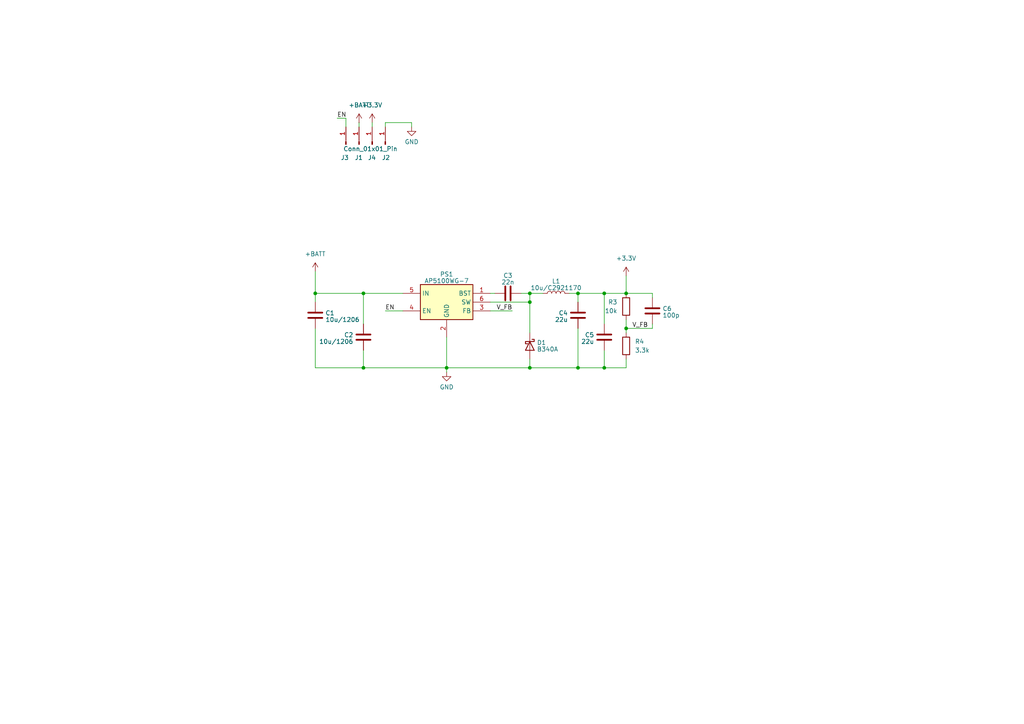
<source format=kicad_sch>
(kicad_sch (version 20231120) (generator "eeschema") (generator_version "8.0")
  (paper "A4")
  (lib_symbols
    (symbol "Connector:Conn_01x01_Pin" (pin_names (offset 1.016) hide)
      (property "Reference" "J" (at 0 2.54 0))
      (property "Value" "Conn_01x01_Pin" (at 0 -2.54 0))
      (symbol "Conn_01x01_Pin_1_1"
        (polyline (pts (xy 1.27 0) (xy 0.8636 0)) (stroke (width 0.1524)))
        (rectangle (start 0.8636 0.127) (end 0 -0.127) (stroke (width 0.1524)) (fill (type outline)))
        (pin passive line (at 5.08 0 180) (length 3.81) (name "Pin_1") (number "1"))
      )
    )
    (symbol "Device:C" (pin_numbers hide) (pin_names (offset 0.254))
      (property "Reference" "C" (at 0.635 2.54 0))
      (property "Value" "C" (at 0.635 -2.54 0))
      (symbol "C_0_1"
        (polyline (pts (xy -2.032 -0.762) (xy 2.032 -0.762)) (stroke (width 0.508)))
        (polyline (pts (xy -2.032 0.762) (xy 2.032 0.762)) (stroke (width 0.508)))
      )
      (symbol "C_1_1"
        (pin passive line (at 0 3.81 270) (length 2.794) (name "~") (number "1"))
        (pin passive line (at 0 -3.81 90) (length 2.794) (name "~") (number "2"))
      )
    )
    (symbol "Device:D_Schottky" (pin_numbers hide) (pin_names (offset 1.016) hide)
      (property "Reference" "D" (at 0 2.54 0))
      (property "Value" "D_Schottky" (at 0 -2.54 0))
      (symbol "D_Schottky_0_1"
        (polyline (pts (xy 1.27 0) (xy -1.27 0)))
        (polyline (pts (xy 1.27 1.27) (xy 1.27 -1.27) (xy -1.27 0) (xy 1.27 1.27)) (stroke (width 0.254)))
        (polyline (pts (xy -1.905 0.635) (xy -1.905 1.27) (xy -1.27 1.27) (xy -1.27 -1.27) (xy -0.635 -1.27) (xy -0.635 -0.635)) (stroke (width 0.254)))
      )
      (symbol "D_Schottky_1_1"
        (pin passive line (at -3.81 0 0) (length 2.54) (name "K") (number "1"))
        (pin passive line (at 3.81 0 180) (length 2.54) (name "A") (number "2"))
      )
    )
    (symbol "Device:L" (pin_numbers hide) (pin_names (offset 1.016) hide)
      (property "Reference" "L" (at -1.27 0 90))
      (property "Value" "L" (at 1.905 0 90))
      (symbol "L_0_1"
        (arc (start 0 -2.54) (mid 0.6323 -1.905) (end 0 -1.27))
        (arc (start 0 -1.27) (mid 0.6323 -0.635) (end 0 0))
        (arc (start 0 0) (mid 0.6323 0.635) (end 0 1.27))
        (arc (start 0 1.27) (mid 0.6323 1.905) (end 0 2.54))
      )
      (symbol "L_1_1"
        (pin passive line (at 0 3.81 270) (length 1.27) (name "1") (number "1"))
        (pin passive line (at 0 -3.81 90) (length 1.27) (name "2") (number "2"))
      )
    )
    (symbol "Device:R" (pin_numbers hide) (pin_names (offset 0))
      (property "Reference" "R" (at 2.032 0 90))
      (property "Value" "R" (at 0 0 90))
      (symbol "R_0_1"
        (rectangle (start -1.016 -2.54) (end 1.016 2.54) (stroke (width 0.254)))
      )
      (symbol "R_1_1"
        (pin passive line (at 0 3.81 270) (length 1.27) (name "~") (number "1"))
        (pin passive line (at 0 -3.81 90) (length 1.27) (name "~") (number "2"))
      )
    )
    (symbol "SamacSys_Parts:AP5100WG-7"
      (property "Reference" "PS" (at 21.59 7.62 0))
      (property "Value" "AP5100WG-7" (at 21.59 5.08 0))
      (symbol "AP5100WG-7_1_1"
        (rectangle (start 5.08 2.54) (end 20.32 -7.62) (stroke (width 0.254)) (fill (type background)))
        (pin passive line (at 25.4 0 180) (length 5.08) (name "BST") (number "1"))
        (pin passive line (at 12.7 -12.7 90) (length 5.08) (name "GND") (number "2"))
        (pin passive line (at 25.4 -5.08 180) (length 5.08) (name "FB") (number "3"))
        (pin passive line (at 0 -5.08 0) (length 5.08) (name "EN") (number "4"))
        (pin passive line (at 0 0 0) (length 5.08) (name "IN") (number "5"))
        (pin passive line (at 25.4 -2.54 180) (length 5.08) (name "SW") (number "6"))
      )
    )
    (symbol "power:+5V" (power) (pin_names (offset 0))
      (property "Value" "+5V" (at 0 3.556 0))
      (symbol "+5V_0_1"
        (polyline (pts (xy -0.762 1.27) (xy 0 2.54)))
        (polyline (pts (xy 0 0) (xy 0 2.54)))
        (polyline (pts (xy 0 2.54) (xy 0.762 1.27)))
      )
      (symbol "+5V_1_1"
        (pin power_in line (at 0 0 90) (length 0) hide (name "+5V") (number "1"))
      )
    )
    (symbol "power:+BATT" (power) (pin_numbers hide) (pin_names (offset 0) hide)
      (property "Value" "+BATT" (at 0 3.556 0))
      (symbol "+BATT_0_1"
        (polyline (pts (xy -0.762 1.27) (xy 0 2.54)))
        (polyline (pts (xy 0 0) (xy 0 2.54)))
        (polyline (pts (xy 0 2.54) (xy 0.762 1.27)))
      )
      (symbol "+BATT_1_1"
        (pin power_in line (at 0 0 90) (length 0) (name "~") (number "1"))
      )
    )
    (symbol "power:GND" (power) (pin_names (offset 0))
      (property "Value" "GND" (at 0 -3.81 0))
      (symbol "GND_0_1"
        (polyline (pts (xy 0 0) (xy 0 -1.27) (xy 1.27 -1.27) (xy 0 -2.54) (xy -1.27 -1.27) (xy 0 -1.27)))
      )
      (symbol "GND_1_1"
        (pin power_in line (at 0 0 270) (length 0) hide (name "GND") (number "1"))
      )
    )
  )
  (junction (at 91.44 85.09))
  (junction (at 105.41 85.09))
  (junction (at 167.64 106.68))
  (junction (at 153.67 87.63))
  (junction (at 167.64 85.09))
  (junction (at 181.61 95.25))
  (junction (at 153.67 85.09))
  (junction (at 153.67 106.68))
  (junction (at 181.61 85.09))
  (junction (at 175.26 85.09))
  (junction (at 105.41 106.68))
  (junction (at 175.26 106.68))
  (junction (at 129.54 106.68))
  (wire (pts (xy 181.61 104.14) (xy 181.61 106.68)))
  (wire (pts (xy 105.41 101.6) (xy 105.41 106.68)))
  (wire (pts (xy 107.95 35.56) (xy 107.95 36.83)))
  (wire (pts (xy 91.44 85.09) (xy 91.44 87.63)))
  (wire (pts (xy 189.23 93.98) (xy 189.23 95.25)))
  (wire (pts (xy 189.23 85.09) (xy 189.23 86.36)))
  (wire (pts (xy 175.26 106.68) (xy 181.61 106.68)))
  (wire (pts (xy 175.26 93.98) (xy 175.26 85.09)))
  (wire (pts (xy 175.26 85.09) (xy 181.61 85.09)))
  (wire (pts (xy 91.44 78.74) (xy 91.44 85.09)))
  (wire (pts (xy 181.61 96.52) (xy 181.61 95.25)))
  (wire (pts (xy 111.76 35.56) (xy 111.76 36.83)))
  (wire (pts (xy 153.67 106.68) (xy 167.64 106.68)))
  (wire (pts (xy 167.64 85.09) (xy 167.64 87.63)))
  (wire (pts (xy 119.38 35.56) (xy 119.38 36.83)))
  (wire (pts (xy 181.61 95.25) (xy 189.23 95.25)))
  (wire (pts (xy 167.64 106.68) (xy 175.26 106.68)))
  (wire (pts (xy 153.67 106.68) (xy 153.67 104.14)))
  (wire (pts (xy 181.61 92.71) (xy 181.61 95.25)))
  (wire (pts (xy 105.41 85.09) (xy 105.41 93.98)))
  (wire (pts (xy 142.24 85.09) (xy 143.51 85.09)))
  (wire (pts (xy 111.76 35.56) (xy 119.38 35.56)))
  (wire (pts (xy 129.54 106.68) (xy 153.67 106.68)))
  (wire (pts (xy 165.1 85.09) (xy 167.64 85.09)))
  (wire (pts (xy 129.54 97.79) (xy 129.54 106.68)))
  (wire (pts (xy 167.64 95.25) (xy 167.64 106.68)))
  (wire (pts (xy 111.76 90.17) (xy 116.84 90.17)))
  (wire (pts (xy 91.44 95.25) (xy 91.44 106.68)))
  (wire (pts (xy 142.24 90.17) (xy 148.59 90.17)))
  (wire (pts (xy 129.54 107.95) (xy 129.54 106.68)))
  (wire (pts (xy 151.13 85.09) (xy 153.67 85.09)))
  (wire (pts (xy 142.24 87.63) (xy 153.67 87.63)))
  (wire (pts (xy 181.61 85.09) (xy 189.23 85.09)))
  (wire (pts (xy 153.67 87.63) (xy 153.67 96.52)))
  (wire (pts (xy 153.67 85.09) (xy 157.48 85.09)))
  (wire (pts (xy 91.44 106.68) (xy 105.41 106.68)))
  (wire (pts (xy 175.26 101.6) (xy 175.26 106.68)))
  (wire (pts (xy 104.14 35.56) (xy 104.14 36.83)))
  (wire (pts (xy 105.41 106.68) (xy 129.54 106.68)))
  (wire (pts (xy 100.33 34.29) (xy 100.33 36.83)))
  (wire (pts (xy 105.41 85.09) (xy 116.84 85.09)))
  (wire (pts (xy 167.64 85.09) (xy 175.26 85.09)))
  (wire (pts (xy 153.67 87.63) (xy 153.67 85.09)))
  (wire (pts (xy 97.79 34.29) (xy 100.33 34.29)))
  (wire (pts (xy 181.61 80.01) (xy 181.61 85.09)))
  (wire (pts (xy 91.44 85.09) (xy 105.41 85.09)))
  (label "V_FB" (at 187.96 95.25 180))
  (label "V_FB" (at 148.59 90.17 180))
  (label "EN" (at 111.76 90.17 0))
  (label "EN" (at 97.79 34.29 0))
  (symbol (lib_id "SamacSys_Parts:AP5100WG-7") (at 116.84 85.09 0) (unit 1)
    (property "Reference" "PS1" (at 129.54 79.5401 0))
    (property "Value" "AP5100WG-7" (at 129.54 81.4611 0))
    (property "Footprint" "SamacSys:SOT95P285X140-6N" (effects (hide yes)))
    (property "Datasheet" "https://componentsearchengine.com/Datasheets/1/AP5100WG-7.pdf" (effects (hide yes)))
    (property "Height" "1.4" (effects (hide yes)))
    (property "Mouser Part Number" "621-AP5100WG-7" (effects (hide yes)))
    (property "Mouser Price/Stock" "https://www.mouser.co.uk/ProductDetail/Diodes-Incorporated/AP5100WG-7?qs=2Z08r0Wtf%2FwteszzsoOEeg%3D%3D" (effects (hide yes)))
    (property "Manufacturer_Name" "Diodes Incorporated" (effects (hide yes)))
    (property "Manufacturer_Part_Number" "AP5100WG-7" (effects (hide yes)))
    (property "MPN" "C114647" (effects (hide yes)))
  )
  (symbol (lib_id "Connector:Conn_01x01_Pin") (at 104.14 41.91 90) (unit 1)
    (property "Reference" "J1" (at 102.87 45.72 90) (effects (justify right)))
    (property "Value" "Conn_01x01_Pin" (effects (hide yes)))
    (property "Footprint" "Connector_PinSocket_2.54mm:PinSocket_1x01_P2.54mm_Vertical" (effects (hide yes)))
    (property "Description" "Generic connector, single row, 01x01, script generated" (effects (hide yes)))
  )
  (symbol (lib_id "power:+BATT") (at 91.44 78.74 0) (unit 1)
    (property "Reference" "#PWR01" (effects (hide yes)))
    (property "Value" "+BATT" (at 91.44 73.66 0))
    (property "Description" "Power symbol creates a global label with name \"+BATT\"" (effects (hide yes)))
  )
  (symbol (lib_id "Device:R") (at 181.61 100.33 0) (mirror y) (unit 1)
    (property "Reference" "R4" (at 184.15 99.0599 0) (effects (justify right)))
    (property "Value" "3.3k" (at 184.15 101.5999 0) (effects (justify right)))
    (property "Footprint" "Resistor_SMD:R_0603_1608Metric" (effects (hide yes)))
    (property "MPN" "C22975" (effects (hide yes)))
  )
  (symbol (lib_id "Device:C") (at 147.32 85.09 90) (unit 1)
    (property "Reference" "C3" (at 147.32 79.9211 90))
    (property "Value" "22n" (at 147.32 81.8421 90))
    (property "Footprint" "Capacitor_SMD:C_0603_1608Metric" (effects (hide yes)))
    (property "MPN" "C21122" (effects (hide yes)))
  )
  (symbol (lib_id "power:GND") (at 119.38 36.83 0) (unit 1)
    (property "Reference" "#PWR05" (effects (hide yes)))
    (property "Value" "GND" (at 117.348 41.148 0) (effects (justify left)))
  )
  (symbol (lib_id "Connector:Conn_01x01_Pin") (at 107.95 41.91 90) (unit 1)
    (property "Reference" "J4" (at 106.68 45.72 90) (effects (justify right)))
    (property "Value" "Conn_01x01_Pin" (at 99.568 43.18 90) (effects (justify right)))
    (property "Footprint" "Connector_PinSocket_2.54mm:PinSocket_1x01_P2.54mm_Vertical" (effects (hide yes)))
    (property "Description" "Generic connector, single row, 01x01, script generated" (effects (hide yes)))
  )
  (symbol (lib_id "Device:C") (at 189.23 90.17 0) (unit 1)
    (property "Reference" "C6" (at 192.151 89.5263 0) (effects (justify left)))
    (property "Value" "100p" (at 192.151 91.4473 0) (effects (justify left)))
    (property "Footprint" "Capacitor_SMD:C_0603_1608Metric" (effects (hide yes)))
    (property "MPN" "C1790" (effects (hide yes)))
  )
  (symbol (lib_id "power:+5V") (at 181.61 80.01 0) (unit 1)
    (property "Reference" "#PWR03" (effects (hide yes)))
    (property "Value" "+3.3V" (at 181.61 74.93 0))
  )
  (symbol (lib_id "power:+5V") (at 107.95 35.56 0) (unit 1)
    (property "Reference" "#PWR06" (effects (hide yes)))
    (property "Value" "+3.3V" (at 107.95 30.48 0))
  )
  (symbol (lib_id "Device:R") (at 181.61 88.9 0) (mirror y) (unit 1)
    (property "Reference" "R3" (at 179.07 87.6299 0) (effects (justify left)))
    (property "Value" "10k" (at 179.07 90.1699 0) (effects (justify left)))
    (property "Footprint" "Resistor_SMD:R_0603_1608Metric" (effects (hide yes)))
    (property "MPN" "C25804" (effects (hide yes)))
  )
  (symbol (lib_id "Device:C") (at 167.64 91.44 0) (unit 1)
    (property "Reference" "C4" (at 164.719 90.7963 0) (effects (justify right)))
    (property "Value" "22u" (at 164.719 92.7173 0) (effects (justify right)))
    (property "Footprint" "Capacitor_SMD:C_0603_1608Metric" (effects (hide yes)))
    (property "MPN" "C45783" (effects (hide yes)))
  )
  (symbol (lib_id "Device:L") (at 161.29 85.09 90) (unit 1)
    (property "Reference" "L1" (at 161.29 81.5747 90))
    (property "Value" "10u/C2921170" (at 161.29 83.4957 90))
    (property "Footprint" "Inductor_SMD:L_Chilisin_BMRA00040420" (effects (hide yes)))
    (property "MPN" "C2921170" (effects (hide yes)))
  )
  (symbol (lib_id "power:GND") (at 129.54 107.95 0) (unit 1)
    (property "Reference" "#PWR02" (effects (hide yes)))
    (property "Value" "GND" (at 127.508 112.268 0) (effects (justify left)))
  )
  (symbol (lib_id "power:+BATT") (at 104.14 35.56 0) (unit 1)
    (property "Reference" "#PWR04" (effects (hide yes)))
    (property "Value" "+BATT" (at 104.14 30.48 0))
    (property "Description" "Power symbol creates a global label with name \"+BATT\"" (effects (hide yes)))
  )
  (symbol (lib_id "Connector:Conn_01x01_Pin") (at 111.76 41.91 90) (unit 1)
    (property "Reference" "J2" (at 110.744 45.72 90) (effects (justify right)))
    (property "Value" "Conn_01x01_Pin" (effects (hide yes)))
    (property "Footprint" "Connector_PinSocket_2.54mm:PinSocket_1x01_P2.54mm_Vertical" (effects (hide yes)))
    (property "Description" "Generic connector, single row, 01x01, script generated" (effects (hide yes)))
  )
  (symbol (lib_id "Device:C") (at 175.26 97.79 0) (unit 1)
    (property "Reference" "C5" (at 172.339 97.1463 0) (effects (justify right)))
    (property "Value" "22u" (at 172.339 99.0673 0) (effects (justify right)))
    (property "Footprint" "Capacitor_SMD:C_0603_1608Metric" (effects (hide yes)))
    (property "MPN" "C45783" (effects (hide yes)))
  )
  (symbol (lib_id "Connector:Conn_01x01_Pin") (at 100.33 41.91 90) (unit 1)
    (property "Reference" "J3" (at 98.806 45.72 90) (effects (justify right)))
    (property "Value" "Conn_01x01_Pin" (effects (hide yes)))
    (property "Footprint" "Connector_PinSocket_2.54mm:PinSocket_1x01_P2.54mm_Vertical" (effects (hide yes)))
    (property "Description" "Generic connector, single row, 01x01, script generated" (effects (hide yes)))
  )
  (symbol (lib_id "Device:C") (at 91.44 91.44 0) (unit 1)
    (property "Reference" "C1" (at 94.361 90.7963 0) (effects (justify left)))
    (property "Value" "10u/1206" (at 94.361 92.7173 0) (effects (justify left)))
    (property "Footprint" "Capacitor_SMD:C_0603_1608Metric" (effects (hide yes)))
    (property "MPN" "C13585" (effects (hide yes)))
  )
  (symbol (lib_id "Device:C") (at 105.41 97.79 0) (mirror y) (unit 1)
    (property "Reference" "C2" (at 102.489 97.1463 0) (effects (justify left)))
    (property "Value" "10u/1206" (at 102.489 99.0673 0) (effects (justify left)))
    (property "Footprint" "Capacitor_SMD:C_0603_1608Metric" (effects (hide yes)))
    (property "MPN" "C13585" (effects (hide yes)))
  )
  (symbol (lib_id "Device:D_Schottky") (at 153.67 100.33 270) (unit 1)
    (property "Reference" "D1" (at 155.702 99.3688 90) (effects (justify left)))
    (property "Value" "B340A" (at 155.702 101.2898 90) (effects (justify left)))
    (property "Footprint" "Diode_SMD:D_SMA" (effects (hide yes)))
    (property "MPN" "C3018525" (effects (hide yes)))
  )
)
</source>
